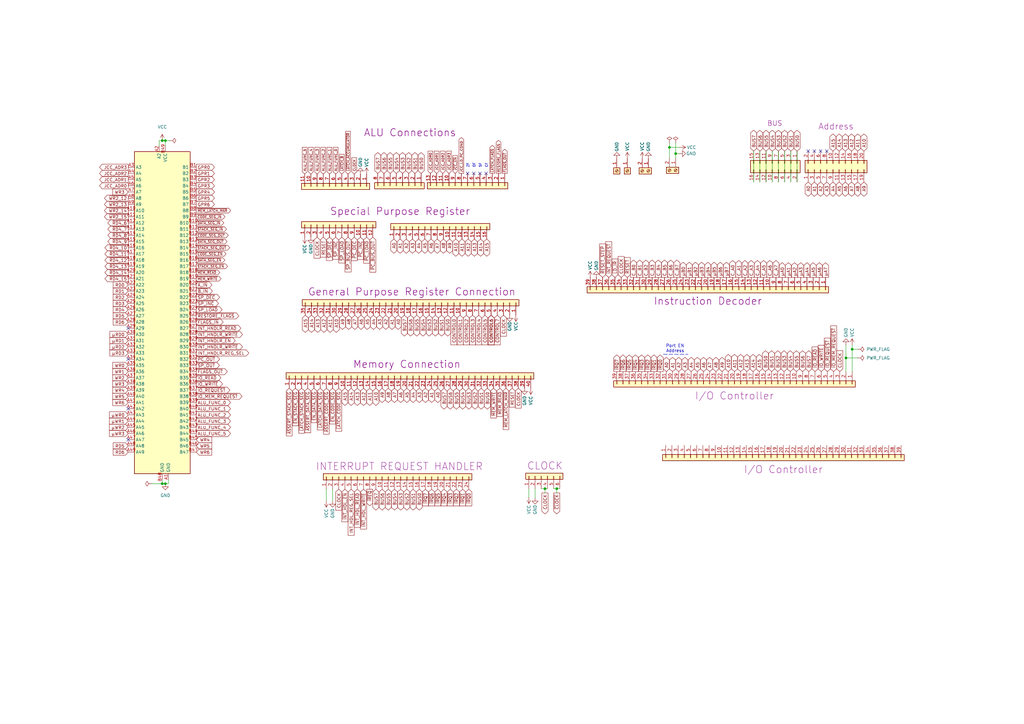
<source format=kicad_sch>
(kicad_sch (version 20211123) (generator eeschema)
  (paper "A3")
  (junction (at 274.574 60.452))
  (junction (at 346.964 146.812))
  (junction (at 277.114 62.992))
  (junction (at 67.818 57.658))
  (junction (at 66.548 57.658))
  (junction (at 228.346 200.406))
  (junction (at 349.504 143.256))
  (junction (at 67.818 198.374))
  (junction (at 66.548 198.374))
  (junction (at 223.52 200.406))
  (no_connect (at 191.77 71.12))
  (no_connect (at 196.85 71.12))
  (no_connect (at 336.55 61.976))
  (no_connect (at 52.578 167.64))
  (no_connect (at 52.578 147.32))
  (no_connect (at 52.578 134.62))
  (no_connect (at 194.31 71.12))
  (no_connect (at 331.47 61.976))
  (no_connect (at 199.39 71.12))
  (no_connect (at 334.01 61.976))
  (no_connect (at 339.09 61.976))
  (no_connect (at 52.578 180.34))
  (wire (pts (xy 311.658 61.976) (xy 311.658 74.676)))
  (wire (pts (xy 309.118 61.976) (xy 309.118 74.676)))
  (wire (pts (xy 274.574 58.674) (xy 274.574 60.452)))
  (wire (pts (xy 227.076 200.406) (xy 228.346 200.406)))
  (wire (pts (xy 274.574 60.452) (xy 274.574 64.77)))
  (wire (pts (xy 274.574 60.452) (xy 278.638 60.452)))
  (polyline (pts (xy 272.034 145.288) (xy 282.194 145.288)))
  (wire (pts (xy 228.346 200.406) (xy 228.346 202.184)))
  (wire (pts (xy 314.198 61.976) (xy 314.198 74.676)))
  (wire (pts (xy 351.79 146.812) (xy 346.964 146.812)))
  (wire (pts (xy 223.52 202.184) (xy 223.52 200.406)))
  (wire (pts (xy 351.79 143.256) (xy 349.504 143.256)))
  (wire (pts (xy 319.278 61.976) (xy 319.278 74.676)))
  (wire (pts (xy 277.114 58.674) (xy 277.114 62.992)))
  (wire (pts (xy 65.278 57.658) (xy 65.278 59.69)))
  (wire (pts (xy 66.548 198.374) (xy 66.548 196.85)))
  (wire (pts (xy 349.504 141.478) (xy 349.504 143.256)))
  (wire (pts (xy 277.114 62.992) (xy 277.114 64.77)))
  (wire (pts (xy 346.964 146.812) (xy 346.964 152.4)))
  (wire (pts (xy 67.818 198.374) (xy 69.088 198.374)))
  (wire (pts (xy 67.818 198.374) (xy 66.548 198.374)))
  (wire (pts (xy 316.738 61.976) (xy 316.738 74.676)))
  (wire (pts (xy 349.504 143.256) (xy 349.504 152.4)))
  (wire (pts (xy 66.548 57.658) (xy 65.278 57.658)))
  (wire (pts (xy 67.818 57.658) (xy 67.818 59.69)))
  (wire (pts (xy 223.52 200.406) (xy 224.536 200.406)))
  (wire (pts (xy 69.088 198.374) (xy 69.088 196.85)))
  (wire (pts (xy 67.818 57.658) (xy 66.548 57.658)))
  (wire (pts (xy 219.456 200.406) (xy 219.456 204.216)))
  (wire (pts (xy 216.916 200.406) (xy 216.916 203.962)))
  (wire (pts (xy 69.596 57.658) (xy 67.818 57.658)))
  (wire (pts (xy 324.358 61.976) (xy 324.358 74.676)))
  (wire (pts (xy 321.818 61.976) (xy 321.818 74.676)))
  (wire (pts (xy 62.23 198.374) (xy 66.548 198.374)))
  (wire (pts (xy 136.398 200.66) (xy 136.398 205.486)))
  (wire (pts (xy 221.996 200.406) (xy 223.52 200.406)))
  (wire (pts (xy 326.898 61.976) (xy 326.898 74.676)))
  (wire (pts (xy 228.346 200.406) (xy 229.616 200.406)))
  (wire (pts (xy 346.964 141.478) (xy 346.964 146.812)))
  (wire (pts (xy 133.858 200.66) (xy 133.858 205.486)))
  (wire (pts (xy 277.114 62.992) (xy 278.638 62.992)))
  (text "SF" (at 197.612 68.834 90) (effects (font (size 0.9906 0.9906)) (justify left bottom)))
  (text "ZF" (at 192.532 68.834 90) (effects (font (size 0.9906 0.9906)) (justify left bottom)))
  (text "Port EN\nAddress" (at 280.67 144.78 180) (effects (font (size 1.27 1.27)) (justify right bottom)))
  (text "OF" (at 195.072 68.834 90) (effects (font (size 0.9906 0.9906)) (justify left bottom)))
  (text "CF" (at 200.152 68.834 90) (effects (font (size 0.9906 0.9906)) (justify left bottom)))
  (global_label "~{IRQ4}" (shape output) (at 260.604 152.4 90) (property "Intersheet References" "${INTERSHEET_REFS}" (effects hide)))
  (global_label "BUS0" (shape tri_state) (at 171.958 200.66 270) (property "Intersheet References" "${INTERSHEET_REFS}" (effects hide)))
  (global_label "μRD1" (shape input) (at 52.578 139.7 180) (property "Intersheet References" "${INTERSHEET_REFS}" (effects hide)))
  (global_label "~{SP_INC}" (shape input) (at 137.668 97.282 270) (property "Intersheet References" "${INTERSHEET_REFS}" (effects hide)))
  (global_label "A14" (shape tri_state) (at 144.018 159.258 270) (property "Intersheet References" "${INTERSHEET_REFS}" (effects hide)))
  (global_label "BUS6" (shape tri_state) (at 156.718 200.66 270) (property "Intersheet References" "${INTERSHEET_REFS}" (effects hide)))
  (global_label "RD6" (shape input) (at 52.578 185.42 180) (property "Intersheet References" "${INTERSHEET_REFS}" (effects hide)))
  (global_label "BUS1" (shape tri_state) (at 181.102 129.286 270) (property "Intersheet References" "${INTERSHEET_REFS}" (effects hide)))
  (global_label "~{MEM_LATCH_MAR}" (shape output) (at 80.518 86.36 0) (effects (font (size 1 1))) (property "Intersheet References" "${INTERSHEET_REFS}" (effects hide)))
  (global_label "~{IRQ7}" (shape output) (at 252.984 152.4 90) (property "Intersheet References" "${INTERSHEET_REFS}" (effects hide)))
  (global_label "~{IRQ1}" (shape input) (at 189.738 200.66 270) (property "Intersheet References" "${INTERSHEET_REFS}" (effects hide)))
  (global_label "BUS3" (shape tri_state) (at 165.1 71.12 90) (property "Intersheet References" "${INTERSHEET_REFS}" (effects hide)))
  (global_label "~{IO_READ}" (shape input) (at 334.264 152.4 90) (property "Intersheet References" "${INTERSHEET_REFS}" (effects hide)))
  (global_label "ALU_FUNC_1" (shape input) (at 135.128 71.374 90) (effects (font (size 0.9906 0.9906))) (property "Intersheet References" "${INTERSHEET_REFS}" (effects hide)))
  (global_label "A1" (shape tri_state) (at 164.084 98.044 270) (property "Intersheet References" "${INTERSHEET_REFS}" (effects hide)))
  (global_label "WR4" (shape input) (at 80.518 180.34 0) (property "Intersheet References" "${INTERSHEET_REFS}" (effects hide)))
  (global_label "A8" (shape tri_state) (at 181.864 98.044 270) (property "Intersheet References" "${INTERSHEET_REFS}" (effects hide)))
  (global_label "CONTROL1" (shape input) (at 188.722 129.286 270) (property "Intersheet References" "${INTERSHEET_REFS}" (effects hide)))
  (global_label "μWR3" (shape input) (at 52.578 177.8 180) (property "Intersheet References" "${INTERSHEET_REFS}" (effects hide)))
  (global_label "A4" (shape tri_state) (at 153.162 129.286 270) (property "Intersheet References" "${INTERSHEET_REFS}" (effects hide)))
  (global_label "A1" (shape tri_state) (at 160.782 129.286 270) (property "Intersheet References" "${INTERSHEET_REFS}" (effects hide)))
  (global_label "μB3" (shape output) (at 287.782 113.792 90) (property "Intersheet References" "${INTERSHEET_REFS}" (effects hide)))
  (global_label "JCC_ADR3" (shape input) (at 184.15 71.12 90) (effects (font (size 0.9906 0.9906))) (property "Intersheet References" "${INTERSHEET_REFS}" (effects hide)))
  (global_label "C_B7" (shape output) (at 277.622 113.792 90) (property "Intersheet References" "${INTERSHEET_REFS}" (effects hide)))
  (global_label "BUS6" (shape tri_state) (at 168.402 129.286 270) (property "Intersheet References" "${INTERSHEET_REFS}" (effects hide)))
  (global_label "A15" (shape tri_state) (at 199.644 98.044 270) (property "Intersheet References" "${INTERSHEET_REFS}" (effects hide)))
  (global_label "BUS5" (shape tri_state) (at 160.02 71.12 90) (property "Intersheet References" "${INTERSHEET_REFS}" (effects hide)))
  (global_label "A6" (shape tri_state) (at 148.082 129.286 270) (property "Intersheet References" "${INTERSHEET_REFS}" (effects hide)))
  (global_label "BUS4" (shape tri_state) (at 324.104 152.4 90) (property "Intersheet References" "${INTERSHEET_REFS}" (effects hide)))
  (global_label "μB2" (shape output) (at 285.242 113.792 90) (property "Intersheet References" "${INTERSHEET_REFS}" (effects hide)))
  (global_label "A11" (shape tri_state) (at 151.638 159.258 270) (property "Intersheet References" "${INTERSHEET_REFS}" (effects hide)))
  (global_label "A14" (shape tri_state) (at 308.864 152.4 90) (property "Intersheet References" "${INTERSHEET_REFS}" (effects hide)))
  (global_label "~{IRQ1}" (shape output) (at 268.224 152.4 90) (property "Intersheet References" "${INTERSHEET_REFS}" (effects hide)))
  (global_label "A14" (shape tri_state) (at 127.762 129.286 270) (property "Intersheet References" "${INTERSHEET_REFS}" (effects hide)))
  (global_label "~{IRQ0}" (shape output) (at 270.764 152.4 90) (property "Intersheet References" "${INTERSHEET_REFS}" (effects hide)))
  (global_label "~{RESET_STEP}" (shape input) (at 247.142 113.792 90) (property "Intersheet References" "${INTERSHEET_REFS}" (effects hide)))
  (global_label "A11" (shape tri_state) (at 189.484 98.044 270) (property "Intersheet References" "${INTERSHEET_REFS}" (effects hide)))
  (global_label "A12" (shape tri_state) (at 132.842 129.286 270) (property "Intersheet References" "${INTERSHEET_REFS}" (effects hide)))
  (global_label "~{INT_HNDLR_WRITE}" (shape output) (at 80.518 137.16 0) (property "Intersheet References" "${INTERSHEET_REFS}" (effects hide)))
  (global_label "~{CONTROL7}" (shape input) (at 203.962 129.286 270) (property "Intersheet References" "${INTERSHEET_REFS}" (effects hide)))
  (global_label "ALU_FUNC_4" (shape input) (at 127.508 71.374 90) (effects (font (size 0.9906 0.9906))) (property "Intersheet References" "${INTERSHEET_REFS}" (effects hide)))
  (global_label "C_A4" (shape output) (at 310.642 113.792 90) (property "Intersheet References" "${INTERSHEET_REFS}" (effects hide)))
  (global_label "A15" (shape tri_state) (at 125.222 129.286 270) (property "Intersheet References" "${INTERSHEET_REFS}" (effects hide)))
  (global_label "~{IRQ3}" (shape input) (at 184.658 200.66 270) (property "Intersheet References" "${INTERSHEET_REFS}" (effects hide)))
  (global_label "μWR2" (shape input) (at 52.578 175.26 180) (property "Intersheet References" "${INTERSHEET_REFS}" (effects hide)))
  (global_label "μWR1" (shape input) (at 52.578 172.72 180) (property "Intersheet References" "${INTERSHEET_REFS}" (effects hide)))
  (global_label "RESTORE_FLAGS" (shape output) (at 204.47 71.12 90) (effects (font (size 0.9906 0.9906))) (property "Intersheet References" "${INTERSHEET_REFS}" (effects hide)))
  (global_label "~{MEM_WRITE}" (shape input) (at 202.438 159.258 270) (effects (font (size 1.2 1.2))) (property "Intersheet References" "${INTERSHEET_REFS}" (effects hide)))
  (global_label "C_A2" (shape output) (at 305.562 113.792 90) (property "Intersheet References" "${INTERSHEET_REFS}" (effects hide)))
  (global_label "~{RD4_7}" (shape output) (at 52.578 93.98 180) (property "Intersheet References" "${INTERSHEET_REFS}" (effects hide)))
  (global_label "~{WR2_13}" (shape output) (at 52.578 83.82 180) (property "Intersheet References" "${INTERSHEET_REFS}" (effects hide)))
  (global_label "~{IO_REQUEST}" (shape input) (at 339.344 152.4 90) (property "Intersheet References" "${INTERSHEET_REFS}" (effects hide)))
  (global_label "C_A6" (shape output) (at 315.722 113.792 90) (property "Intersheet References" "${INTERSHEET_REFS}" (effects hide)))
  (global_label "CONTROL6" (shape input) (at 201.422 129.286 270) (property "Intersheet References" "${INTERSHEET_REFS}" (effects hide)))
  (global_label "CLOCK" (shape input) (at 138.938 200.66 270) (property "Intersheet References" "${INTERSHEET_REFS}" (effects hide)))
  (global_label "μA6" (shape output) (at 336.042 113.792 90) (property "Intersheet References" "${INTERSHEET_REFS}" (effects hide)))
  (global_label "A6" (shape tri_state) (at 288.544 152.4 90) (property "Intersheet References" "${INTERSHEET_REFS}" (effects hide)))
  (global_label "ALU_FUNC_0" (shape output) (at 80.518 165.1 0) (property "Intersheet References" "${INTERSHEET_REFS}" (effects hide)))
  (global_label "A9" (shape tri_state) (at 354.33 74.676 270) (property "Intersheet References" "${INTERSHEET_REFS}" (effects hide)))
  (global_label "CLOCK" (shape input) (at 206.502 129.286 270) (property "Intersheet References" "${INTERSHEET_REFS}" (effects hide)))
  (global_label "A4" (shape tri_state) (at 283.464 152.4 90) (property "Intersheet References" "${INTERSHEET_REFS}" (effects hide)))
  (global_label "C_A3" (shape output) (at 308.102 113.792 90) (property "Intersheet References" "${INTERSHEET_REFS}" (effects hide)))
  (global_label "BUS5" (shape tri_state) (at 159.258 200.66 270) (property "Intersheet References" "${INTERSHEET_REFS}" (effects hide)))
  (global_label "C_B1" (shape output) (at 262.382 113.792 90) (property "Intersheet References" "${INTERSHEET_REFS}" (effects hide)))
  (global_label "~{RD4_9}" (shape output) (at 52.578 99.06 180) (property "Intersheet References" "${INTERSHEET_REFS}" (effects hide)))
  (global_label "ALU_FUNC_5" (shape input) (at 124.968 71.374 90) (effects (font (size 0.9906 0.9906))) (property "Intersheet References" "${INTERSHEET_REFS}" (effects hide)))
  (global_label "CONTROL3" (shape input) (at 193.802 129.286 270) (property "Intersheet References" "${INTERSHEET_REFS}" (effects hide)))
  (global_label "~{RD4_6}" (shape output) (at 52.578 91.44 180) (property "Intersheet References" "${INTERSHEET_REFS}" (effects hide)))
  (global_label "~{INT_HDL_EN}" (shape input) (at 141.478 200.66 270) (property "Intersheet References" "${INTERSHEET_REFS}" (effects hide)))
  (global_label "BUS2" (shape tri_state) (at 178.562 129.286 270) (property "Intersheet References" "${INTERSHEET_REFS}" (effects hide)))
  (global_label "BUS7" (shape tri_state) (at 154.94 71.12 90) (property "Intersheet References" "${INTERSHEET_REFS}" (effects hide)))
  (global_label "~{FLAGS_OUT}" (shape output) (at 207.01 71.12 90) (effects (font (size 0.9906 0.9906))) (property "Intersheet References" "${INTERSHEET_REFS}" (effects hide)))
  (global_label "~{RD4_12}" (shape output) (at 52.578 106.68 180) (property "Intersheet References" "${INTERSHEET_REFS}" (effects hide)))
  (global_label "~{A_IN}" (shape output) (at 80.518 116.84 0) (property "Intersheet References" "${INTERSHEET_REFS}" (effects hide)))
  (global_label "~{EN_STACK_SEG}" (shape input) (at 121.158 159.258 270) (effects (font (size 1.2 1.2))) (property "Intersheet References" "${INTERSHEET_REFS}" (effects hide)))
  (global_label "C_A5" (shape output) (at 313.182 113.792 90) (property "Intersheet References" "${INTERSHEET_REFS}" (effects hide)))
  (global_label "~{IO_MEM_REQUEST}" (shape input) (at 341.884 152.4 90) (property "Intersheet References" "${INTERSHEET_REFS}" (effects hide)))
  (global_label "A5" (shape tri_state) (at 174.244 98.044 270) (property "Intersheet References" "${INTERSHEET_REFS}" (effects hide)))
  (global_label "A6" (shape tri_state) (at 346.71 74.676 270) (property "Intersheet References" "${INTERSHEET_REFS}" (effects hide)))
  (global_label "A12" (shape tri_state) (at 192.024 98.044 270) (property "Intersheet References" "${INTERSHEET_REFS}" (effects hide)))
  (global_label "~{INT_HNDLR_EN}" (shape output) (at 80.518 139.7 0) (property "Intersheet References" "${INTERSHEET_REFS}" (effects hide)))
  (global_label "A0" (shape tri_state) (at 331.47 74.676 270) (property "Intersheet References" "${INTERSHEET_REFS}" (effects hide)))
  (global_label "A13" (shape tri_state) (at 194.564 98.044 270) (property "Intersheet References" "${INTERSHEET_REFS}" (effects hide)))
  (global_label "A9" (shape tri_state) (at 156.718 159.258 270) (property "Intersheet References" "${INTERSHEET_REFS}" (effects hide)))
  (global_label "A0" (shape tri_state) (at 273.304 152.4 90) (property "Intersheet References" "${INTERSHEET_REFS}" (effects hide)))
  (global_label "μA5" (shape output) (at 333.502 113.792 90) (property "Intersheet References" "${INTERSHEET_REFS}" (effects hide)))
  (global_label "~{STACK_SEG_EN}" (shape output) (at 80.518 109.22 0) (effects (font (size 1 1))) (property "Intersheet References" "${INTERSHEET_REFS}" (effects hide)))
  (global_label "~{MEM_WRITE}" (shape output) (at 80.518 114.3 0) (effects (font (size 1 1))) (property "Intersheet References" "${INTERSHEET_REFS}" (effects hide)))
  (global_label "~{SP_DEC}" (shape output) (at 80.518 121.92 0) (property "Intersheet References" "${INTERSHEET_REFS}" (effects hide)))
  (global_label "BUS0" (shape tri_state) (at 183.642 129.286 270) (property "Intersheet References" "${INTERSHEET_REFS}" (effects hide)))
  (global_label "~{IO_MEM_REQUEST}" (shape output) (at 80.518 162.56 0) (property "Intersheet References" "${INTERSHEET_REFS}" (effects hide)))
  (global_label "~{IO_WRITE}" (shape output) (at 80.518 157.48 0) (property "Intersheet References" "${INTERSHEET_REFS}" (effects hide)))
  (global_label "~{LATCH_DATA_SEG}" (shape input) (at 131.318 159.258 270) (effects (font (size 1.2 1.2))) (property "Intersheet References" "${INTERSHEET_REFS}" (effects hide)))
  (global_label "A11" (shape tri_state) (at 301.244 152.4 90) (property "Intersheet References" "${INTERSHEET_REFS}" (effects hide)))
  (global_label "~{IREQ}" (shape output) (at 151.638 200.66 270) (property "Intersheet References" "${INTERSHEET_REFS}" (effects hide)))
  (global_label "JCC_ADR1" (shape output) (at 52.578 73.66 180) (property "Intersheet References" "${INTERSHEET_REFS}" (effects hide)))
  (global_label "BUS4" (shape tri_state) (at 162.56 71.12 90) (property "Intersheet References" "${INTERSHEET_REFS}" (effects hide)))
  (global_label "~{INT_HDL_READ}" (shape input) (at 146.558 200.66 270) (property "Intersheet References" "${INTERSHEET_REFS}" (effects hide)))
  (global_label "BUS1" (shape tri_state) (at 324.358 61.976 90) (property "Intersheet References" "${INTERSHEET_REFS}" (effects hide)))
  (global_label "INT_HNDLR_REG_SEL" (shape output) (at 80.518 144.78 0) (property "Intersheet References" "${INTERSHEET_REFS}" (effects hide)))
  (global_label "~{JCC_EN}" (shape input) (at 186.69 71.12 90) (effects (font (size 0.9906 0.9906))) (property "Intersheet References" "${INTERSHEET_REFS}" (effects hide)))
  (global_label "~{WR2_15}" (shape output) (at 52.578 88.9 180) (property "Intersheet References" "${INTERSHEET_REFS}" (effects hide)))
  (global_label "BUS0" (shape tri_state) (at 313.944 152.4 90) (property "Intersheet References" "${INTERSHEET_REFS}" (effects hide)))
  (global_label "CLOCK" (shape input) (at 344.424 152.4 90) (property "Intersheet References" "${INTERSHEET_REFS}" (effects hide)))
  (global_label "ALU_FUNC_3" (shape input) (at 130.048 71.374 90) (effects (font (size 0.9906 0.9906))) (property "Intersheet References" "${INTERSHEET_REFS}" (effects hide)))
  (global_label "A11" (shape tri_state) (at 351.79 61.976 90) (property "Intersheet References" "${INTERSHEET_REFS}" (effects hide)))
  (global_label "~{STACK_SEG_OUT}" (shape output) (at 80.518 101.6 0) (effects (font (size 1 1))) (property "Intersheet References" "${INTERSHEET_REFS}" (effects hide)))
  (global_label "A5" (shape tri_state) (at 150.622 129.286 270) (property "Intersheet References" "${INTERSHEET_REFS}" (effects hide)))
  (global_label "A9" (shape tri_state) (at 296.164 152.4 90) (property "Intersheet References" "${INTERSHEET_REFS}" (effects hide)))
  (global_label "BUS7" (shape tri_state) (at 309.118 61.976 90) (property "Intersheet References" "${INTERSHEET_REFS}" (effects hide)))
  (global_label "A6" (shape tri_state) (at 164.338 159.258 270) (property "Intersheet References" "${INTERSHEET_REFS}" (effects hide)))
  (global_label "BUS3" (shape tri_state) (at 176.022 129.286 270) (property "Intersheet References" "${INTERSHEET_REFS}" (effects hide)))
  (global_label "A15" (shape tri_state) (at 311.404 152.4 90) (property "Intersheet References" "${INTERSHEET_REFS}" (effects hide)))
  (global_label "BUS2" (shape tri_state) (at 194.818 159.258 270) (property "Intersheet References" "${INTERSHEET_REFS}" (effects hide)))
  (global_label "RD6" (shape input) (at 52.578 132.08 180) (property "Intersheet References" "${INTERSHEET_REFS}" (effects hide)))
  (global_label "~{IRQ6}" (shape output) (at 255.524 152.4 90) (property "Intersheet References" "${INTERSHEET_REFS}" (effects hide)))
  (global_label "CLOCK" (shape output) (at 223.52 202.184 270) (property "Intersheet References" "${INTERSHEET_REFS}" (effects hide)))
  (global_label "BUS1" (shape tri_state) (at 197.358 159.258 270) (property "Intersheet References" "${INTERSHEET_REFS}" (effects hide)))
  (global_label "RD5" (shape input) (at 52.578 129.54 180) (property "Intersheet References" "${INTERSHEET_REFS}" (effects hide)))
  (global_label "~{WR2_14}" (shape output) (at 52.578 86.36 180) (property "Intersheet References" "${INTERSHEET_REFS}" (effects hide)))
  (global_label "μB4" (shape output) (at 290.322 113.792 90) (property "Intersheet References" "${INTERSHEET_REFS}" (effects hide)))
  (global_label "~{ASSERT_CODE_SEG}" (shape input) (at 133.858 159.258 270) (effects (font (size 1.2 1.2))) (property "Intersheet References" "${INTERSHEET_REFS}" (effects hide)))
  (global_label "BUS2" (shape tri_state) (at 166.878 200.66 270) (property "Intersheet References" "${INTERSHEET_REFS}" (effects hide)))
  (global_label "A9" (shape tri_state) (at 140.462 129.286 270) (property "Intersheet References" "${INTERSHEET_REFS}" (effects hide)))
  (global_label "GPR4" (shape output) (at 80.518 78.74 0) (property "Intersheet References" "${INTERSHEET_REFS}" (effects hide)))
  (global_label "CONTROL2" (shape input) (at 191.262 129.286 270) (property "Intersheet References" "${INTERSHEET_REFS}" (effects hide)))
  (global_label "A7" (shape tri_state) (at 291.084 152.4 90) (property "Intersheet References" "${INTERSHEET_REFS}" (effects hide)))
  (global_label "GPR6" (shape output) (at 80.518 83.82 0) (property "Intersheet References" "${INTERSHEET_REFS}" (effects hide)))
  (global_label "~{SP_DEC}" (shape input) (at 135.128 97.282 270) (property "Intersheet References" "${INTERSHEET_REFS}" (effects hide)))
  (global_label "~{IRQ0}" (shape input) (at 192.278 200.66 270) (property "Intersheet References" "${INTERSHEET_REFS}" (effects hide)))
  (global_label "~{IO_READ}" (shape output) (at 80.518 154.94 0) (property "Intersheet References" "${INTERSHEET_REFS}" (effects hide)))
  (global_label "~{CLOCK}" (shape output) (at 228.346 202.184 270) (property "Intersheet References" "${INTERSHEET_REFS}" (effects hide)))
  (global_label "ALU_FUNC_1" (shape output) (at 80.518 167.64 0) (property "Intersheet References" "${INTERSHEET_REFS}" (effects hide)))
  (global_label "JCC_LD_PC_COND" (shape output) (at 189.23 71.12 90) (effects (font (size 0.9906 0.9906))) (property "Intersheet References" "${INTERSHEET_REFS}" (effects hide)))
  (global_label "~{FLAGS_OUT}" (shape output) (at 80.518 152.4 0) (property "Intersheet References" "${INTERSHEET_REFS}" (effects hide)))
  (global_label "μRD2" (shape input) (at 52.578 142.24 180) (property "Intersheet References" "${INTERSHEET_REFS}" (effects hide)))
  (global_label "RESET" (shape input) (at 132.588 97.282 270) (property "Intersheet References" "${INTERSHEET_REFS}" (effects hide)))
  (global_label "GPR1" (shape output) (at 80.518 71.12 0) (property "Intersheet References" "${INTERSHEET_REFS}" (effects hide)))
  (global_label "C_A7" (shape output) (at 318.262 113.792 90) (property "Intersheet References" "${INTERSHEET_REFS}" (effects hide)))
  (global_label "A7" (shape tri_state) (at 349.25 74.676 270) (property "Intersheet References" "${INTERSHEET_REFS}" (effects hide)))
  (global_label "~{B_IN}" (shape output) (at 80.518 119.38 0) (property "Intersheet References" "${INTERSHEET_REFS}" (effects hide)))
  (global_label "μB6" (shape output) (at 295.402 113.792 90) (property "Intersheet References" "${INTERSHEET_REFS}" (effects hide)))
  (global_label "BUS6" (shape tri_state) (at 157.48 71.12 90) (property "Intersheet References" "${INTERSHEET_REFS}" (effects hide)))
  (global_label "μA0" (shape output) (at 320.802 113.792 90) (property "Intersheet References" "${INTERSHEET_REFS}" (effects hide)))
  (global_label "A5" (shape tri_state) (at 286.004 152.4 90) (property "Intersheet References" "${INTERSHEET_REFS}" (effects hide)))
  (global_label "A3" (shape tri_state) (at 171.958 159.258 270) (property "Intersheet References" "${INTERSHEET_REFS}" (effects hide)))
  (global_label "A4" (shape tri_state) (at 169.418 159.258 270) (property "Intersheet References" "${INTERSHEET_REFS}" (effects hide)))
  (global_label "BUS0" (shape tri_state) (at 172.72 71.12 90) (property "Intersheet References" "${INTERSHEET_REFS}" (effects hide)))
  (global_label "A10" (shape tri_state) (at 298.704 152.4 90) (property "Intersheet References" "${INTERSHEET_REFS}" (effects hide)))
  (global_label "A10" (shape tri_state) (at 137.922 129.286 270) (property "Intersheet References" "${INTERSHEET_REFS}" (effects hide)))
  (global_label "~{LATCH_FLAGS}" (shape output) (at 201.93 71.12 90) (effects (font (size 0.9906 0.9906))) (property "Intersheet References" "${INTERSHEET_REFS}" (effects hide)))
  (global_label "CONTROL6" (shape input) (at 201.422 129.286 270) (property "Intersheet References" "${INTERSHEET_REFS}" (effects hide)))
  (global_label "C_B5" (shape output) (at 272.542 113.792 90) (property "Intersheet References" "${INTERSHEET_REFS}" (effects hide)))
  (global_label "~{LATCH_B}" (shape input) (at 140.208 71.374 90) (effects (font (size 0.9906 0.9906))) (property "Intersheet References" "${INTERSHEET_REFS}" (effects hide)))
  (global_label "~{IRQ2}" (shape input) (at 187.198 200.66 270) (property "Intersheet References" "${INTERSHEET_REFS}" (effects hide)))
  (global_label "C_B2" (shape output) (at 264.922 113.792 90) (property "Intersheet References" "${INTERSHEET_REFS}" (effects hide)))
  (global_label "μRD3" (shape input) (at 52.578 144.78 180) (property "Intersheet References" "${INTERSHEET_REFS}" (effects hide)))
  (global_label "~{RESET}" (shape input) (at 257.302 113.792 90) (property "Intersheet References" "${INTERSHEET_REFS}" (effects hide)))
  (global_label "~{CODE_SEG_EN}" (shape output) (at 80.518 104.14 0) (effects (font (size 1 1))) (property "Intersheet References" "${INTERSHEET_REFS}" (effects hide)))
  (global_label "BUS4" (shape tri_state) (at 189.738 159.258 270) (property "Intersheet References" "${INTERSHEET_REFS}" (effects hide)))
  (global_label "ALU_FUNC_4" (shape output) (at 80.518 175.26 0) (property "Intersheet References" "${INTERSHEET_REFS}" (effects hide)))
  (global_label "A12" (shape tri_state) (at 303.784 152.4 90) (property "Intersheet References" "${INTERSHEET_REFS}" (effects hide)))
  (global_label "μB0" (shape output) (at 280.162 113.792 90) (property "Intersheet References" "${INTERSHEET_REFS}" (effects hide)))
  (global_label "~{SP_LOAD}" (shape input) (at 140.208 97.282 270) (property "Intersheet References" "${INTERSHEET_REFS}" (effects hide)))
  (global_label "A12" (shape tri_state) (at 149.098 159.258 270) (property "Intersheet References" "${INTERSHEET_REFS}" (effects hide)))
  (global_label "CONTROL4" (shape input) (at 196.342 129.286 270) (property "Intersheet References" "${INTERSHEET_REFS}" (effects hide)))
  (global_label "BUS1" (shape tri_state) (at 169.418 200.66 270) (property "Intersheet References" "${INTERSHEET_REFS}" (effects hide)))
  (global_label "A2" (shape tri_state) (at 336.55 74.676 270) (property "Intersheet References" "${INTERSHEET_REFS}" (effects hide)))
  (global_label "~{MEM_READ}" (shape output) (at 80.518 111.76 0) (effects (font (size 1 1))) (property "Intersheet References" "${INTERSHEET_REFS}" (effects hide)))
  (global_label "A2" (shape tri_state) (at 278.384 152.4 90) (property "Intersheet References" "${INTERSHEET_REFS}" (effects hide)))
  (global_label "~{RD4_14}" (shape output) (at 52.578 111.76 180) (property "Intersheet References" "${INTERSHEET_REFS}" (effects hide)))
  (global_label "~{SP_LOAD}" (shape output) (at 80.518 127 0) (property "Intersheet References" "${INTERSHEET_REFS}" (effects hide)))
  (global_label "BUS2" (shape tri_state) (at 319.024 152.4 90) (property "Intersheet References" "${INTERSHEET_REFS}" (effects hide)))
  (global_label "~{IRQ5}" (shape output) (at 258.064 152.4 90) (property "Intersheet References" "${INTERSHEET_REFS}" (effects hide)))
  (global_label "A10" (shape tri_state) (at 186.944 98.044 270) (property "Intersheet References" "${INTERSHEET_REFS}" (effects hide)))
  (global_label "A13" (shape tri_state) (at 130.302 129.286 270) (property "Intersheet References" "${INTERSHEET_REFS}" (effects hide)))
  (global_label "A13" (shape tri_state) (at 346.71 61.976 90) (property "Intersheet References" "${INTERSHEET_REFS}" (effects hide)))
  (global_label "BUS5" (shape tri_state) (at 187.198 159.258 270) (property "Intersheet References" "${INTERSHEET_REFS}" (effects hide)))
  (global_label "BUS5" (shape tri_state) (at 170.942 129.286 270) (property "Intersheet References" "${INTERSHEET_REFS}" (effects hide)))
  (global_label "A13" (shape tri_state) (at 146.558 159.258 270) (property "Intersheet References" "${INTERSHEET_REFS}" (effects hide)))
  (global_label "~{PC_BUS_OUT}" (shape input) (at 152.908 97.282 270) (property "Intersheet References" "${INTERSHEET_REFS}" (effects hide)))
  (global_label "WR1" (shape input) (at 52.578 152.4 180) (property "Intersheet References" "${INTERSHEET_REFS}" (effects hide)))
  (global_label "~{EN_CODE_SEG}" (shape input) (at 136.398 159.258 270) (effects (font (size 1.2 1.2))) (property "Intersheet References" "${INTERSHEET_REFS}" (effects hide)))
  (global_label "A9" (shape tri_state) (at 184.404 98.044 270) (property "Intersheet References" "${INTERSHEET_REFS}" (effects hide)))
  (global_label "~{DATA_SEG_EN}" (shape output) (at 80.518 106.68 0) (effects (font (size 1 1))) (property "Intersheet References" "${INTERSHEET_REFS}" (effects hide)))
  (global_label "μWR0" (shape input) (at 52.578 170.18 180) (property "Intersheet References" "${INTERSHEET_REFS}" (effects hide)))
  (global_label "JCC_ADR2" (shape input) (at 181.61 71.12 90) (effects (font (size 0.9906 0.9906))) (property "Intersheet References" "${INTERSHEET_REFS}" (effects hide)))
  (global_label "A1" (shape tri_state) (at 275.844 152.4 90) (property "Intersheet References" "${INTERSHEET_REFS}" (effects hide)))
  (global_label "A15" (shape tri_state) (at 341.63 61.976 90) (property "Intersheet References" "${INTERSHEET_REFS}" (effects hide)))
  (global_label "~{INT_HDL_WRITE}" (shape input) (at 149.098 200.66 270) (property "Intersheet References" "${INTERSHEET_REFS}" (effects hide)))
  (global_label "~{SP_INC}" (shape output) (at 80.518 124.46 0) (property "Intersheet References" "${INTERSHEET_REFS}" (effects hide)))
  (global_label "~{ASSERT_DATA_SEG}" (shape input) (at 126.238 159.258 270) (effects (font (size 1.2 1.2))) (property "Intersheet References" "${INTERSHEET_REFS}" (effects hide)))
  (global_label "BUS5" (shape tri_state) (at 326.644 152.4 90) (property "Intersheet References" "${INTERSHEET_REFS}" (effects hide)))
  (global_label "A12" (shape tri_state) (at 349.25 61.976 90) (property "Intersheet References" "${INTERSHEET_REFS}" (effects hide)))
  (global_label "~{DATA_SEG_IN}" (shape output) (at 80.518 91.44 0) (effects (font (size 1 1))) (property "Intersheet References" "${INTERSHEET_REFS}" (effects hide)))
  (global_label "μA4" (shape output) (at 330.962 113.792 90) (property "Intersheet References" "${INTERSHEET_REFS}" (effects hide)))
  (global_label "ALU_FUNC_2" (shape output) (at 80.518 170.18 0) (property "Intersheet References" "${INTERSHEET_REFS}" (effects hide)))
  (global_label "JCC_ADR2" (shape output) (at 52.578 71.12 180) (property "Intersheet References" "${INTERSHEET_REFS}" (effects hide)))
  (global_label "A2" (shape tri_state) (at 158.242 129.286 270) (property "Intersheet References" "${INTERSHEET_REFS}" (effects hide)))
  (global_label "μB7" (shape output) (at 297.942 113.792 90) (property "Intersheet References" "${INTERSHEET_REFS}" (effects hide)))
  (global_label "~{DATA_SEG_OUT}" (shape output) (at 80.518 99.06 0) (effects (font (size 1 1))) (property "Intersheet References" "${INTERSHEET_REFS}" (effects hide)))
  (global_label "A13" (shape tri_state) (at 306.324 152.4 90) (property "Intersheet References" "${INTERSHEET_REFS}" (effects hide)))
  (global_label "~{PC_OUT}" (shape output) (at 80.518 147.32 0) (property "Intersheet References" "${INTERSHEET_REFS}" (effects hide)))
  (global_label "~{IRQ5}" (shape input) (at 179.578 200.66 270) (property "Intersheet References" "${INTERSHEET_REFS}" (effects hide)))
  (global_label "BUS4" (shape tri_state) (at 173.482 129.286 270) (property "Intersheet References" "${INTERSHEET_REFS}" (effects hide)))
  (global_label "WR2" (shape input) (at 52.578 154.94 180) (property "Intersheet References" "${INTERSHEET_REFS}" (effects hide)))
  (global_label "CONTROL0" (shape input) (at 186.182 129.286 270) (property "Intersheet References" "${INTERSHEET_REFS}" (effects hide)))
  (global_label "~{MEM_READ}" (shape input) (at 204.978 159.258 270) (effects (font (size 1.2 1.2))) (property "Intersheet References" "${INTERSHEET_REFS}" (effects hide)))
  (global_label "WR5" (shape input) (at 80.518 182.88 0) (property "Intersheet References" "${INTERSHEET_REFS}" (effects hide)))
  (global_label "~{ASSERT_STACK_SEG}" (shape input) (at 118.618 159.258 270) (effects (font (size 1.2 1.2))) (property "Intersheet References" "${INTERSHEET_REFS}" (effects hide)))
  (global_label "BUS6" (shape tri_state) (at 329.184 152.4 90) (property "Intersheet References" "${INTERSHEET_REFS}" (effects hide)))
  (global_label "A10" (shape tri_state) (at 154.178 159.258 270) (property "Intersheet References" "${INTERSHEET_REFS}" (effects hide)))
  (global_label "GPR2" (shape output) (at 80.518 73.66 0) (property "Intersheet References" "${INTERSHEET_REFS}" (effects hide)))
  (global_label "~{LATCH_CODE_SEG}" (shape input) (at 138.938 159.258 270) (effects (font (size 1.2 1.2))) (property "Intersheet References" "${INTERSHEET_REFS}" (effects hide)))
  (global_label "CLOCK" (shape input) (at 212.598 159.258 270) (effects (font (size 1.2 1.2))) (property "Intersheet References" "${INTERSHEET_REFS}" (effects hide)))
  (global_label "~{INT_HNDLR_WRITE}" (shape output) (at 80.518 142.24 0) (property "Intersheet References" "${INTERSHEET_REFS}" (effects hide)))
  (global_label "RD2" (shape input) (at 52.578 121.92 180) (property "Intersheet References" "${INTERSHEET_REFS}" (effects hide)))
  (global_label "~{IRQ6}" (shape input) (at 177.038 200.66 270) (property "Intersheet References" "${INTERSHEET_REFS}" (effects hide)))
  (global_label "GPR3" (shape output) (at 80.518 76.2 0) (property "Intersheet References" "${INTERSHEET_REFS}" (effects hide)))
  (global_label "~{IRQ7}" (shape input) (at 174.498 200.66 270) (property "Intersheet References" "${INTERSHEET_REFS}" (effects hide)))
  (global_label "~{STACK_SEG_IN}" (shape output) (at 80.518 93.98 0) (effects (font (size 1 1))) (property "Intersheet References" "${INTERSHEET_REFS}" (effects hide)))
  (global_label "μA7" (shape output) (at 338.582 113.792 90) (property "Intersheet References" "${INTERSHEET_REFS}" (effects hide)))
  (global_label "C_A0" (shape output) (at 300.482 113.792 90) (property "Intersheet References" "${INTERSHEET_REFS}" (effects hide)))
  (global_label "~{EN_DATA_SEG}" (shape input) (at 128.778 159.258 270) (effects (font (size 1.2 1.2))) (property "Intersheet References" "${INTERSHEET_REFS}" (effects hide)))
  (global_label "μRD0" (shape input) (at 52.578 137.16 180) (property "Intersheet References" "${INTERSHEET_REFS}" (effects hide)))
  (global_label "μA3" (shape output) (at 328.422 113.792 90) (property "Intersheet References" "${INTERSHEET_REFS}" (effects hide)))
  (global_label "BUS3" (shape tri_state) (at 319.278 61.976 90) (property "Intersheet References" "${INTERSHEET_REFS}" (effects hide)))
  (global_label "A3" (shape tri_state) (at 339.09 74.676 270) (property "Intersheet References" "${INTERSHEET_REFS}" (effects hide)))
  (global_label "BUS6" (shape tri_state) (at 311.658 61.976 90) (property "Intersheet References" "${INTERSHEET_REFS}" (effects hide)))
  (global_label "A8" (shape tri_state) (at 293.624 152.4 90) (property "Intersheet References" "${INTERSHEET_REFS}" (effects hide)))
  (global_label "~{PC_INC}" (shape input) (at 147.828 97.282 270) (property "Intersheet References" "${INTERSHEET_REFS}" (effects hide)))
  (global_label "A8" (shape tri_state) (at 351.79 74.676 270) (property "Intersheet References" "${INTERSHEET_REFS}" (effects hide)))
  (global_label "A15" (shape tri_state) (at 141.478 159.258 270) (property "Intersheet References" "${INTERSHEET_REFS}" (effects hide)))
  (global_label "CONTROL5" (shape input) (at 198.882 129.286 270) (property "Intersheet References" "${INTERSHEET_REFS}" (effects hide)))
  (global_label "~{IRQ2}" (shape output) (at 265.684 152.4 90) (property "Intersheet References" "${INTERSHEET_REFS}" (effects hide)))
  (global_label "~{RD4_11}" (shape output) (at 52.578 104.14 180) (property "Intersheet References" "${INTERSHEET_REFS}" (effects hide)))
  (global_label "ALU_FUNC_3" (shape output) (at 80.518 172.72 0) (property "Intersheet References" "${INTERSHEET_REFS}" (effects hide)))
  (global_label "~{SP_OUT}" (shape output) (at 80.518 149.86 0) (property "Intersheet References" "${INTERSHEET_REFS}" (effects hide)))
  (global_label "~{INT_HNDLR_READ}" (shape output) (at 80.518 134.62 0) (property "Intersheet References" "${INTERSHEET_REFS}" (effects hide)))
  (global_label "μB1" (shape output) (at 282.702 113.792 90) (property "Intersheet References" "${INTERSHEET_REFS}" (effects hide)))
  (global_label "WR0" (shape input) (at 52.578 149.86 180) (property "Intersheet References" "${INTERSHEET_REFS}" (effects hide)))
  (global_label "BUS1" (shape tri_state) (at 170.18 71.12 90) (property "Intersheet References" "${INTERSHEET_REFS}" (effects hide)))
  (global_label "WR4" (shape input) (at 52.578 160.02 180) (property "Intersheet References" "${INTERSHEET_REFS}" (effects hide)))
  (global_label "BUS4" (shape tri_state) (at 316.738 61.976 90) (property "Intersheet References" "${INTERSHEET_REFS}" (effects hide)))
  (global_label "RD5" (shape input) (at 52.578 182.88 180) (property "Intersheet References" "${INTERSHEET_REFS}" (effects hide)))
  (global_label "C_B0" (shape output) (at 259.842 113.792 90) (property "Intersheet References" "${INTERSHEET_REFS}" (effects hide)))
  (global_label "CLOCK" (shape input) (at 130.048 97.282 270) (property "Intersheet References" "${INTERSHEET_REFS}" (effects hide)))
  (global_label "WR5" (shape input) (at 52.578 162.56 180) (property "Intersheet References" "${INTERSHEET_REFS}" (effects hide)))
  (global_label "A0" (shape tri_state) (at 179.578 159.258 270) (property "Intersheet References" "${INTERSHEET_REFS}" (effects hide)))
  (global_label "A0" (shape tri_state) (at 161.544 98.044 270) (property "Intersheet References" "${INTERSHEET_REFS}" (effects hide)))
  (global_label "~{IRQ4}" (shape input) (at 182.118 200.66 270) (property "Intersheet References" "${INTERSHEET_REFS}" (effects hide)))
  (global_label "WR3" (shape input) (at 52.578 78.74 180) (property "Intersheet References" "${INTERSHEET_REFS}" (effects hide)))
  (global_label "BUS4" (shape tri_state) (at 161.798 200.66 270) (property "Intersheet References" "${INTERSHEET_REFS}" (effects hide)))
  (global_label "BUS7" (shape tri_state) (at 154.178 200.66 270) (property "Intersheet References" "${INTERSHEET_REFS}" (effects hide)))
  (global_label "A5" (shape tri_state) (at 166.878 159.258 270) (property "Intersheet References" "${INTERSHEET_REFS}" (effects hide)))
  (global_label "~{RD4_15}" (shape output) (at 52.578 114.3 180) (property "Intersheet References" "${INTERSHEET_REFS}" (effects hide)))
  (global_label "A1" (shape tri_state) (at 334.01 74.676 270) (property "Intersheet References" "${INTERSHEET_REFS}" (effects hide)))
  (global_label "~{SP_BUS_OUT}" (shape input) (at 142.748 97.282 270) (property "Intersheet References" "${INTERSHEET_REFS}" (effects hide)))
  (global_label "BUS0" (shape tri_state) (at 326.898 61.976 90) (property "Intersheet References" "${INTERSHEET_REFS}" (effects hide)))
  (global_label "~{FLAGS_IN}" (shape output) (at 80.518 132.08 0) (property "Intersheet References" "${INTERSHEET_REFS}" (effects hide)))
  (global_label "~{RESTORE_FLAGS}" (shape output) (at 80.518 129.54 0) (property "Intersheet References" "${INTERSHEET_REFS}" (effects hide)))
  (global_label "BUS5" (shape tri_state) (at 314.198 61.976 90) (property "Intersheet References" "${INTERSHEET_REFS}" (effects hide)))
  (global_label "BUS7" (shape tri_state) (at 182.118 159.258 270) (property "Intersheet References" "${INTERSHEET_REFS}" (effects hide)))
  (global_label "BUS7" (shape tri_state) (at 331.724 152.4 90) (property "Intersheet References" "${INTERSHEET_REFS}" (effects hide)))
  (global_label "A0" (shape tri_state) (at 163.322 129.286 270) (property "Intersheet References" "${INTERSHEET_REFS}" (effects hide)))
  (global_label "μA2" (shape output) (at 325.882 113.792 90) (property "Intersheet References" "${INTERSHEET_REFS}" (effects hide)))
  (global_label "A7" (shape tri_state) (at 179.324 98.044 270) (property "Intersheet References" "${INTERSHEET_REFS}" (effects hide)))
  (global_label "ALU_FUNC_2" (shape input) (at 132.588 71.374 90) (effects (font (size 0.9906 0.9906))) (property "Intersheet References" "${INTERSHEET_REFS}" (effects hide)))
  (global_label "JCC_ADR0" (shape input) (at 176.53 71.12 90) (effects (font (size 0.9906 0.9906))) (property "Intersheet References" "${INTERSHEET_REFS}" (effects hide)))
  (global_label "~{LATCH_STACK_SEG}" (shape input) (at 123.698 159.258 270) (effects (font (size 1.2 1.2))) (property "Intersheet References" "${INTERSHEET_REFS}" (effects hide)))
  (global_label "A8" (shape tri_state) (at 159.258 159.258 270) (property "Intersheet References" "${INTERSHEET_REFS}" (effects hide)))
  (global_label "~{CODE_SEG_IN}" (shape output) (at 80.518 88.9 0) (effects (font (size 1 1))) (property "Intersheet References" "${INTERSHEET_REFS}" (effects hide)))
  (global_label "C_B4" (shape output) (at 270.002 113.792 90) (property "Intersheet References" "${INTERSHEET_REFS}" (effects hide)))
  (global_label "INT_HDL_REG_SEL" (shape input) (at 144.018 200.66 270) (property "Intersheet References" "${INTERSHEET_REFS}" (effects hide)))
  (global_label "~{MEM_LATCH_MAR}" (shape input) (at 207.518 159.258 270) (effects (font (size 1.2 1.2))) (property "Intersheet References" "${INTERSHEET_REFS}" (effects hide)))
  (global_label "~{WR2_12}" (shape output) (at 52.578 81.28 180) (property "Intersheet References" "${INTERSHEET_REFS}" (effects hide)))
  (global_label "~{CODE_SEG_OUT}" (shape output) (at 80.518 96.52 0) (effects (font (size 1 1))) (property "Intersheet References" "${INTERSHEET_REFS}" (effects hide)))
  (global_label "~{LD_IR}" (shape input) (at 252.222 113.792 90) (property "Intersheet References" "${INTERSHEET_REFS}" (effects hide)))
  (global_label "WR6" (shape input) (at 80.518 185.42 0) (property "Intersheet References" "${INTERSHEET_REFS}" (effects hide)))
  (global_label "C_B6" (shape output) (at 275.082 113.792 90) (property "Intersheet References" "${INTERSHEET_REFS}" (effects hide)))
  (global_label "RD1" (shape input) (at 52.578 119.38 180) (property "Intersheet References" "${INTERSHEET_REFS}" (effects hide)))
  (global_label "ALU_FUNC_0" (shape input) (at 137.668 71.374 90) (effects (font (size 0.9906 0.9906))) (property "Intersheet References" "${INTERSHEET_REFS}" (effects hide)))
  (global_label "WR6" (shape input) (at 52.578 165.1 180) (property "Intersheet References" "${INTERSHEET_REFS}" (effects hide)))
  (global_label "JCC_ADR1" (shape input) (at 179.07 71.12 90) (effects (font (size 0.9906 0.9906))) (property "Intersheet References" "${INTERSHEET_REFS}" (effects hide)))
  (global_label "BUS3" (shape tri_state) (at 321.564 152.4 90) (property "Intersheet References" "${INTERSHEET_REFS}" (effects hide)))
  (global_label "μB5" (shape output) (at 292.862 113.792 90) (property "Intersheet References" "${INTERSHEET_REFS}" (effects hide)))
  (global_label "CLOCK" (shape input) (at 254.762 113.792 90) (property "Intersheet References" "${INTERSHEET_REFS}" (effects hide)))
  (global_label "C_B3" (shape output) (at 267.462 113.792 90) (property "Intersheet References" "${INTERSHEET_REFS}" (effects hide)))
  (global_label "C_A1" (shape output) (at 303.022 113.792 90) (property "Intersheet References" "${INTERSHEET_REFS}" (effects hide)))
  (global_label "JCC_ADR3" (shape output) (at 52.578 68.58 180) (property "Intersheet References" "${INTERSHEET_REFS}" (effects hide)))
  (global_label "BUS2" (shape tri_state) (at 167.64 71.12 90) (property "Intersheet References" "${INTERSHEET_REFS}" (effects hide)))
  (global_label "A4" (shape tri_state) (at 171.704 98.044 270) (property "Intersheet References" "${INTERSHEET_REFS}" (effects hide)))
  (global_label "~{RD4_13}" (shape output) (at 52.578 109.22 180) (property "Intersheet References" "${INTERSHEET_REFS}" (effects hide)))
  (global_label "~{IO_REQUEST}" (shape output) (at 80.518 160.02 0) (property "Intersheet References" "${INTERSHEET_REFS}" (effects hide)))
  (global_label "A10" (shape tri_state) (at 354.33 61.976 90) (property "Intersheet References" "${INTERSHEET_REFS}" (effects hide)))
  (global_label "A2" (shape tri_state) (at 166.624 98.044 270) (property "Intersheet References" "${INTERSHEET_REFS}" (effects hide)))
  (global_label "A1" (shape tri_state) (at 177.038 159.258 270) (property "Intersheet References" "${INTERSHEET_REFS}" (effects hide)))
  (global_label "~{IO_WRITE}" (shape input) (at 336.804 152.4 90) (property "Intersheet References" "${INTERSHEET_REFS}" (effects hide)))
  (global_label "RD4" (shape input) (at 52.578 127 180) (property "Intersheet References" "${INTERSHEET_REFS}" (effects hide)))
  (global_label "A2" (shape tri_state) (at 174.498 159.258 270) (property "Intersheet References" "${INTERSHEET_REFS}" (effects hide)))
  (global_label "GPR0" (shape output) (at 80.518 68.58 0) (property "Intersheet References" "${INTERSHEET_REFS}" (effects hide)))
  (global_label "CLOCK" (shape input) (at 145.288 71.374 90) (effects (font (size 0.9906 0.9906))) (property "Intersheet References" "${INTERSHEET_REFS}" (effects hide)))
  (global_label "A11" (shape tri_state) (at 135.382 129.286 270) (property "Intersheet References" "${INTERSHEET_REFS}" (effects hide)))
  (global_label "~{RD4_8}" (shape output) (at 52.578 96.52 180) (property "Intersheet References" "${INTERSHEET_REFS}" (effects hide)))
  (global_label "A3" (shape tri_state) (at 169.164 98.044 270) (property "Intersheet References" "${INTERSHEET_REFS}" (effects hide)))
  (global_label "μA1" (shape output) (at 323.342 113.792 90) (property "Intersheet References" "${INTERSHEET_REFS}" (effects hide)))
  (global_label "A6" (shape tri_state) (at 176.784 98.044 270) (property "Intersheet References" "${INTERSHEET_REFS}" (effects hide)))
  (global_label "RESET" (shape input) (at 210.058 159.258 270) (effects (font (size 1.2 1.2))) (property "Intersheet References" "${INTERSHEET_REFS}" (effects hide)))
  (global_label "BUS3" (shape tri_state) (at 192.278 159.258 270) (property "Intersheet References" "${INTERSHEET_REFS}" (effects hide)))
  (global_label "ALU_FUNC_5" (shape output) (at 80.518 177.8 0) (property "Intersheet References" "${INTERSHEET_REFS}" (effects hide)))
  (global_label "A14" (shape tri_state) (at 197.104 98.044 270) (property "Intersheet References" "${INTERSHEET_REFS}" (effects hide)))
  (global_label "RD0" (shape input) (at 52.578 116.84 180) (property "Intersheet References" "${INTERSHEET_REFS}" (effects hide)))
  (global_label "A14" (shape tri_state) (at 344.17 61.976 90) (property "Intersheet References" "${INTERSHEET_REFS}" (effects hide)))
  (global_label "A5" (shape tri_state) (at 344.17 74.676 270) (property "Intersheet References" "${INTERSHEET_REFS}" (effects hide)))
  (global_label "A8" (shape tri_state) (at 143.002 129.286 270) (property "Intersheet References" "${INTERSHEET_REFS}" (effects hide)))
  (global_label "RD3" (shape input) (at 52.578 124.46 180) (property "Intersheet References" "${INTERSHEET_REFS}" (effects hide)))
  (global_label "BUS0" (shape tri_state) (at 199.898 159.258 270) (property "Intersheet References" "${INTERSHEET_REFS}" (effects hide)))
  (global_label "~{INT_REQUEST}" (shape input) (at 249.682 113.792 90) (property "Intersheet References" "${INTERSHEET_REFS}" (effects hide)))
  (global_label "~{PC_DEC}" (shape input) (at 145.288 97.282 270) (property "Intersheet References" "${INTERSHEET_REFS}" (effects hide)))
  (global_label "BUS3" (shape tri_state) (at 164.338 200.66 270) (property "Intersheet References" "${INTERSHEET_REFS}" (effects hide)))
  (global_label "~{PC_LOAD}" (shape input) (at 150.368 97.282 270) (property "Intersheet References" "${INTERSHEET_REFS}" (effects hide)))
  (global_label "A7" (shape tri_state) (at 161.798 159.258 270) (property "Intersheet References" "${INTERSHEET_REFS}" (effects hide)))
  (global_label "GPR5" (shape output) (at 80.518 81.28 0) (property "Intersheet References" "${INTERSHEET_REFS}" (effects hide)))
  (global_label "WR3" (shape input) (at 52.578 157.48 180) (property "Intersheet References" "${INTERSHEET_REFS}" (effects hide)))
  (global_label "~{RD4_10}" (shape output) (at 52.578 101.6 180) (property "Intersheet References" "${INTERSHEET_REFS}" (effects hide)))
  (global_label "BUS6" (shape tri_state) (at 184.658 159.258 270) (property "Intersheet References" "${INTERSHEET_REFS}" (effects hide)))
  (global_label "A3" (shape tri_state) (at 280.924 152.4 90) (property "Intersheet References" "${INTERSHEET_REFS}" (effects hide)))
  (global_label "JCC_ADR0" (shape output) (at 52.578 76.2 180) (property "Intersheet References" "${INTERSHEET_REFS}" (effects hide)))
  (global_label "BUS2" (shape tri_state) (at 321.818 61.976 90) (property "Intersheet References" "${INTERSHEET_REFS}" (effects hide)))
  (global_label "~{IRQ3}" (shape output) (at 263.144 152.4 90) (property "Intersheet References" "${INTERSHEET_REFS}" (effects hide)))
  (global_label "A3" (shape tri_state) (at 155.702 129.286 270) (property "Intersheet References" "${INTERSHEET_REFS}" (effects hide)))
  (global_label "BUS1" (shape tri_state) (at 316.484 152.4 90) (property "Intersheet References" "${INTERSHEET_REFS}" (effects hide)))
  (global_label "A7" (shape tri_state) (at 145.542 129.286 270) (property "Intersheet References" "${INTERSHEET_REFS}" (effects hide)))
  (global_label "~{LATCH_ACCUMULATOR}" (shape input) (at 142.748 71.374 90) (effects (font (size 0.9906 0.9906))) (property "Intersheet References" "${INTERSHEET_REFS}" (effects hide)))
  (global_label "A4" (shape tri_state) (at 341.63 74.676 270) (property "Intersheet References" "${INTERSHEET_REFS}" (effects hide)))
  (global_label "BUS7" (shape tri_state) (at 165.862 129.286 270) (property "Intersheet References" "${INTERSHEET_REFS}" (effects hide)))
  (symbol (lib_id "Connector_Generic:Conn_01x35") (at 168.402 124.206 270) (mirror x) (unit 1)
    (property "Reference" "J?" (effects hide))
    (property "Value" "Conn_01x35" (effects hide))
    (property "Footprint" "Connector_PinSocket_2.54mm:PinSocket_1x35_P2.54mm_Vertical" (effects hide))
    (property "Field4" "General Purpose Register Connection" (at 168.91 119.634 90) (effects (font (size 3 3))))
  )
  (symbol (lib_id "power:VCC") (at 278.638 60.452 270) (unit 1)
    (property "Reference" "#PWR?" (effects hide))
    (property "Value" "VCC" (at 281.686 60.452 90) (effects (justify left)))
  )
  (symbol (lib_id "Connector_Generic:Conn_01x24") (at 161.798 195.58 90) (unit 1)
    (property "Reference" "J?" (effects hide))
    (property "Value" "Conn_01x24" (effects hide))
    (property "Footprint" "Connector_PinSocket_2.54mm:PinSocket_1x24_P2.54mm_Vertical" (effects hide))
    (property "Field4" "INTERRUPT REQUEST HANDLER" (at 163.83 191.262 90) (effects (font (size 3 3))))
  )
  (symbol (lib_id "power:VCC") (at 150.368 71.374 0) (unit 1)
    (property "Reference" "#PWR?" (effects hide))
    (property "Value" "VCC" (at 150.368 68.58 90) (effects (justify left)))
  )
  (symbol (lib_id "Connector_Generic:Conn_01x16") (at 179.324 92.964 90) (unit 1)
    (property "Reference" "J?" (effects hide))
    (property "Value" "Conn_01x16" (effects hide))
    (property "Footprint" "Connector_PinSocket_2.54mm:PinSocket_1x16_P2.54mm_Vertical" (effects hide))
  )
  (symbol (lib_id "power:PWR_FLAG") (at 69.596 57.658 270) (unit 1)
    (property "Reference" "#FLG01" (effects hide))
    (property "Value" "PWR_FLAG" (effects hide))
  )
  (symbol (lib_id "Connector_Generic:Conn_01x11") (at 137.668 76.454 270) (unit 1)
    (property "Reference" "J?" (effects hide))
    (property "Value" "Conn_01x12" (effects hide))
    (property "Footprint" "Connector_PinSocket_2.54mm:PinSocket_1x11_P2.54mm_Vertical" (effects hide))
    (property "Field4" "ALU Connections" (at 168.148 54.356 90) (effects (font (size 3 3))))
  )
  (symbol (lib_id "Connector:Screw_Terminal_01x02") (at 265.938 70.104 270) (unit 1)
    (property "Reference" "J?" (effects hide))
    (property "Value" "Screw_Terminal_01x02" (effects hide))
    (property "Footprint" "LIBRARY-8-bit-computer:BananaJack-dual-5mm" (effects hide))
  )
  (symbol (lib_id "Connector_Generic:Conn_01x39") (at 290.322 118.872 270) (unit 1)
    (property "Reference" "J?" (effects hide))
    (property "Value" "Conn_01x39" (effects hide))
    (property "Footprint" "Connector_PinSocket_2.54mm:PinSocket_1x39_P2.54mm_Vertical" (effects hide))
    (property "Field4" "Instruction Decoder" (at 290.322 123.444 90) (effects (font (size 3 3))))
  )
  (symbol (lib_id "power:PWR_FLAG") (at 274.574 58.674 0) (unit 1)
    (property "Reference" "#FLG?" (effects hide))
    (property "Value" "PWR_FLAG" (effects hide))
  )
  (symbol (lib_id "Connector:Screw_Terminal_01x01") (at 257.302 70.104 270) (unit 1)
    (property "Reference" "J?" (effects hide))
    (property "Value" "Screw_Terminal_01x01" (effects hide))
    (property "Footprint" "LIBRARY-8-bit-computer:BananaJack-2mm-Single" (effects hide))
  )
  (symbol (lib_id "power:PWR_FLAG") (at 62.23 198.374 90) (unit 1)
    (property "Reference" "#FLG02" (effects hide))
    (property "Value" "PWR_FLAG" (effects hide))
  )
  (symbol (lib_id "power:GND") (at 346.964 141.478 0) (mirror x) (unit 1)
    (property "Reference" "#PWR?" (effects hide))
    (property "Value" "GND" (at 346.964 136.398 90))
  )
  (symbol (lib_id "power:GND") (at 136.398 205.486 0) (mirror y) (unit 1)
    (property "Reference" "#PWR?" (effects hide))
    (property "Value" "GND" (at 136.398 210.566 90))
  )
  (symbol (lib_id "Connector:Screw_Terminal_01x01") (at 252.984 70.104 270) (unit 1)
    (property "Reference" "J?" (effects hide))
    (property "Value" "Screw_Terminal_01x01" (effects hide))
    (property "Footprint" "LIBRARY-8-bit-computer:BananaJack-2mm-Single" (effects hide))
  )
  (symbol (lib_id "Connector:Screw_Terminal_01x02") (at 277.114 69.85 270) (unit 1)
    (property "Reference" "J?" (effects hide))
    (property "Value" "Screw_Terminal_01x02" (effects hide))
    (property "Footprint" "TerminalBlock_Phoenix:TerminalBlock_Phoenix_MKDS-1,5-2_1x02_P5.00mm_Horizontal" (effects hide))
  )
  (symbol (lib_id "power:GND") (at 127.508 97.282 0) (mirror y) (unit 1)
    (property "Reference" "#PWR?" (effects hide))
    (property "Value" "GND" (at 127.508 102.108 90))
  )
  (symbol (lib_id "power:PWR_FLAG") (at 277.114 58.674 0) (unit 1)
    (property "Reference" "#FLG?" (effects hide))
    (property "Value" "PWR_FLAG" (effects hide))
  )
  (symbol (lib_id "power:VCC") (at 242.062 113.792 0) (unit 1)
    (property "Reference" "#PWR?" (effects hide))
    (property "Value" "VCC" (at 242.062 110.744 90) (effects (justify left)))
  )
  (symbol (lib_id "Connector_Generic:Conn_01x06") (at 221.996 195.326 90) (unit 1)
    (property "Reference" "J?" (effects hide))
    (property "Value" "Conn_01x06" (effects hide))
    (property "Footprint" "Connector_PinSocket_2.54mm:PinSocket_1x06_P2.54mm_Vertical" (effects hide))
    (property "Field4" "CLOCK" (at 223.52 191.008 90) (effects (font (size 3 3))))
  )
  (symbol (lib_id "Connector_Generic:Conn_02x10_Odd_Even") (at 341.63 69.596 90) (unit 1)
    (property "Reference" "J?" (effects hide))
    (property "Value" "Conn_02x20_Odd_Even" (effects hide))
    (property "Footprint" "Connector_IDC:IDC-Header_2x10_P2.54mm_Vertical" (effects hide))
    (property "Field4" "16x2 Character LED" (effects hide))
    (property "Field5" "Address" (at 342.9 51.816 90) (effects (font (size 2.5 2.5))))
    (property "Field6" "Connection" (effects hide))
  )
  (symbol (lib_id "power:GND") (at 278.638 62.992 90) (unit 1)
    (property "Reference" "#PWR?" (effects hide))
    (property "Value" "GND" (at 283.464 62.992 90))
  )
  (symbol (lib_id "power:PWR_FLAG") (at 351.79 143.256 270) (mirror x) (unit 1)
    (property "Reference" "#FLG?" (effects hide))
    (property "Value" "PWR_FLAG" (at 355.346 143.2559 90) (effects (justify left)))
  )
  (symbol (lib_id "Connector_Generic:Conn_02x08_Odd_Even") (at 319.278 67.056 270) (unit 1)
    (property "Reference" "J?" (effects hide))
    (property "Value" "Conn_01x08" (effects hide))
    (property "Footprint" "Connector_PinHeader_2.54mm:PinHeader_2x08_P2.54mm_Vertical" (effects hide))
    (property "Field4" "BUS" (at 317.754 50.546 90) (effects (font (size 2 2))))
    (property "Field5" "Connection" (effects hide))
  )
  (symbol (lib_id "power:GND") (at 252.984 65.024 180) (unit 1)
    (property "Reference" "#PWR?" (effects hide))
    (property "Value" "GND" (at 252.984 60.198 90))
  )
  (symbol (lib_id "Connector_Generic:Conn_01x39") (at 321.31 187.706 90) (mirror x) (unit 1)
    (property "Reference" "J?" (effects hide))
    (property "Value" "Conn_01x39" (effects hide))
    (property "Footprint" "Connector_PCBEdge:BUS_PCIexpress_x8" (effects hide))
    (property "Field4" "I/O Controller" (at 321.31 192.532 90) (effects (font (size 3 3))))
  )
  (symbol (lib_id "power:GND") (at 219.456 204.216 0) (unit 1)
    (property "Reference" "#PWR?" (effects hide))
    (property "Value" "GND" (at 219.456 207.01 90) (effects (justify right)))
  )
  (symbol (lib_id "power:VCC") (at 216.916 203.962 180) (unit 1)
    (property "Reference" "#PWR?" (effects hide))
    (property "Value" "VCC" (at 216.916 209.042 90))
  )
  (symbol (lib_id "power:VCC") (at 257.302 65.024 0) (unit 1)
    (property "Reference" "#PWR?" (effects hide))
    (property "Value" "VCC" (at 257.302 61.976 90) (effects (justify left)))
  )
  (symbol (lib_id "power:GND") (at 147.828 71.374 180) (unit 1)
    (property "Reference" "#PWR?" (effects hide))
    (property "Value" "GND" (at 147.828 68.58 90) (effects (justify right)))
  )
  (symbol (lib_id "power:GND") (at 244.602 113.792 180) (unit 1)
    (property "Reference" "#PWR?" (effects hide))
    (property "Value" "GND" (at 244.602 108.966 90))
  )
  (symbol (lib_id "power:VCC") (at 349.504 141.478 0) (mirror y) (unit 1)
    (property "Reference" "#PWR?" (effects hide))
    (property "Value" "VCC" (at 349.504 136.398 90))
  )
  (symbol (lib_id "LIBRARY-8-bit-computer:Bus_PCI_Express_x8") (at 66.548 104.14 0) (unit 1)
    (property "Reference" "J9" (effects hide))
    (property "Value" "Bus_PCI_Express_x8" (effects hide))
    (property "Footprint" "Connector_PCBEdge:Samtec_MECF-50-01-L-DV_2x50_P1.27mm_Polarized_Socket_Horizontal" (effects hide))
    (property "Datasheet" "http://www.ritrontek.com/uploadfile/2016/1026/20161026105231124.pdf#page=63" (effects hide))
  )
  (symbol (lib_id "power:GND") (at 209.042 129.286 0) (unit 1)
    (property "Reference" "#PWR?" (effects hide))
    (property "Value" "GND" (at 209.042 133.858 90))
  )
  (symbol (lib_id "Connector_Generic:Conn_01x13") (at 191.77 76.2 270) (unit 1)
    (property "Reference" "J?" (effects hide))
    (property "Value" "Conn_01x13" (effects hide))
    (property "Footprint" "Connector_PinSocket_2.54mm:PinSocket_1x13_P2.54mm_Vertical" (effects hide))
  )
  (symbol (lib_id "Connector_Generic:Conn_01x08") (at 165.1 76.2 270) (unit 1)
    (property "Reference" "J?" (effects hide))
    (property "Value" "Conn_01x08" (effects hide))
    (property "Footprint" "Connector_PinSocket_2.54mm:PinSocket_1x08_P2.54mm_Vertical" (effects hide))
  )
  (symbol (lib_id "power:VCC") (at 263.398 65.024 0) (unit 1)
    (property "Reference" "#PWR?" (effects hide))
    (property "Value" "VCC" (at 263.398 61.976 90) (effects (justify left)))
  )
  (symbol (lib_id "power:VCC") (at 211.582 129.286 180) (unit 1)
    (property "Reference" "#PWR?" (effects hide))
    (property "Value" "VCC" (at 211.582 133.858 90))
  )
  (symbol (lib_id "power:VCC") (at 66.548 57.658 0) (unit 1)
    (property "Reference" "#PWR07" (effects hide))
    (property "Value" "VCC" (at 66.548 52.07 0))
  )
  (symbol (lib_id "power:VCC") (at 133.858 205.486 0) (mirror x) (unit 1)
    (property "Reference" "#PWR?" (effects hide))
    (property "Value" "VCC" (at 133.858 210.566 90))
  )
  (symbol (lib_id "power:GND") (at 67.818 198.374 0) (unit 1)
    (property "Reference" "#PWR08" (effects hide))
    (property "Value" "GND" (at 67.818 203.2 0))
  )
  (symbol (lib_id "power:PWR_FLAG") (at 351.79 146.812 270) (mirror x) (unit 1)
    (property "Reference" "#FLG?" (effects hide))
    (property "Value" "PWR_FLAG" (at 355.346 146.8119 90) (effects (justify left)))
  )
  (symbol (lib_id "power:GND") (at 215.138 159.258 0) (mirror y) (unit 1)
    (property "Reference" "#PWR?" (effects hide))
    (property "Value" "GND" (at 215.138 164.338 90))
  )
  (symbol (lib_id "power:VCC") (at 124.968 97.282 0) (mirror x) (unit 1)
    (property "Reference" "#PWR?" (effects hide))
    (property "Value" "VCC" (at 124.968 102.108 90))
  )
  (symbol (lib_id "Connector_Generic:Conn_01x40") (at 166.878 154.178 90) (unit 1)
    (property "Reference" "J?" (effects hide))
    (property "Value" "Conn_01x40" (effects hide))
    (property "Footprint" "Connector_PinSocket_2.54mm:PinSocket_1x40_P2.54mm_Vertical" (effects hide))
    (property "Field4" "Memory Connection" (at 166.878 149.352 90) (effects (font (size 3 3))))
  )
  (symbol (lib_id "power:GND") (at 265.938 65.024 180) (unit 1)
    (property "Reference" "#PWR?" (effects hide))
    (property "Value" "GND" (at 265.938 60.198 90))
  )
  (symbol (lib_id "Connector_Generic:Conn_01x12") (at 137.668 92.202 90) (unit 1)
    (property "Reference" "J?" (effects hide))
    (property "Value" "Conn_01x12" (effects hide))
    (property "Footprint" "Connector_PinSocket_2.54mm:PinSocket_1x12_P2.54mm_Vertical" (effects hide))
    (property "Field4" "Special Purpose Register" (at 164.084 86.614 90) (effects (font (size 3 3))))
  )
  (symbol (lib_id "Connector_Generic:Conn_01x39") (at 301.244 157.48 270) (unit 1)
    (property "Reference" "J?" (effects hide))
    (property "Value" "Conn_01x39" (effects hide))
    (property "Footprint" "Connector_PinSocket_2.54mm:PinSocket_1x39_P2.54mm_Horizontal" (effects hide))
    (property "Field4" "I/O Controller" (at 301.244 162.306 90) (effects (font (size 3 3))))
  )
  (symbol (lib_id "power:VCC") (at 217.678 159.258 0) (mirror x) (unit 1)
    (property "Reference" "#PWR?" (effects hide))
    (property "Value" "VCC" (at 217.678 164.338 90))
  )
)
</source>
